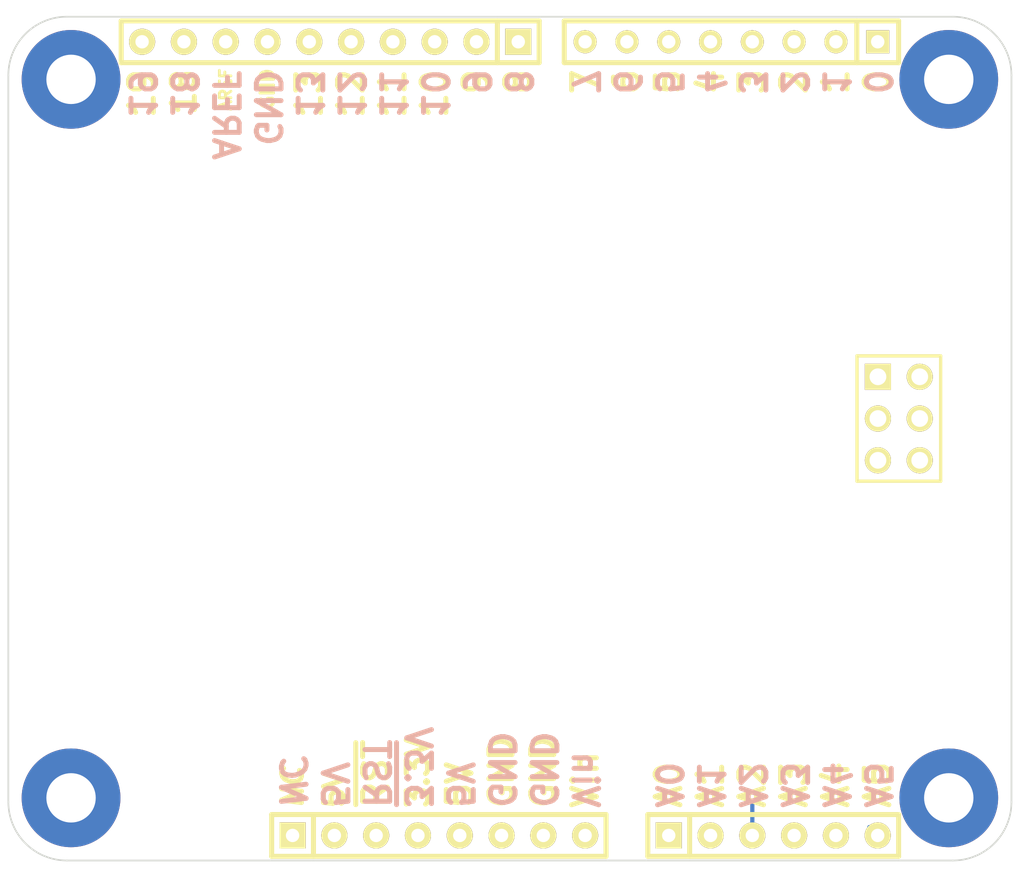
<source format=kicad_pcb>
(kicad_pcb (version 4) (host pcbnew 4.0.2-stable)

  (general
    (links 9)
    (no_connects 9)
    (area 199.847999 126.695999 260.908001 178.104001)
    (thickness 1.6)
    (drawings 87)
    (tracks 7)
    (zones 0)
    (modules 9)
    (nets 7)
  )

  (page A3)
  (layers
    (0 F.Cu signal)
    (31 B.Cu signal)
    (32 B.Adhes user hide)
    (33 F.Adhes user hide)
    (34 B.Paste user hide)
    (35 F.Paste user hide)
    (36 B.SilkS user)
    (37 F.SilkS user)
    (38 B.Mask user)
    (39 F.Mask user)
    (40 Dwgs.User user hide)
    (41 Cmts.User user hide)
    (42 Eco1.User user hide)
    (43 Eco2.User user hide)
    (44 Edge.Cuts user)
  )

  (setup
    (last_trace_width 0.254)
    (user_trace_width 0.254)
    (user_trace_width 0.508)
    (user_trace_width 1.27)
    (trace_clearance 0.254)
    (zone_clearance 0.508)
    (zone_45_only yes)
    (trace_min 0.254)
    (segment_width 0.2)
    (edge_width 0.1)
    (via_size 0.889)
    (via_drill 0.635)
    (via_min_size 0.889)
    (via_min_drill 0.508)
    (uvia_size 0.508)
    (uvia_drill 0.127)
    (uvias_allowed no)
    (uvia_min_size 0.508)
    (uvia_min_drill 0.127)
    (pcb_text_width 0.3)
    (pcb_text_size 1.5 1.5)
    (mod_edge_width 0.15)
    (mod_text_size 1 1)
    (mod_text_width 0.15)
    (pad_size 6 6)
    (pad_drill 3)
    (pad_to_mask_clearance 0)
    (aux_axis_origin 0 0)
    (visible_elements FFFFFFFF)
    (pcbplotparams
      (layerselection 0x010f0_80000001)
      (usegerberextensions true)
      (excludeedgelayer true)
      (linewidth 0.150000)
      (plotframeref false)
      (viasonmask false)
      (mode 1)
      (useauxorigin false)
      (hpglpennumber 1)
      (hpglpenspeed 20)
      (hpglpendiameter 15)
      (hpglpenoverlay 2)
      (psnegative false)
      (psa4output false)
      (plotreference true)
      (plotvalue false)
      (plotinvisibletext false)
      (padsonsilk false)
      (subtractmaskfromsilk true)
      (outputformat 1)
      (mirror false)
      (drillshape 0)
      (scaleselection 1)
      (outputdirectory gerbers/))
  )

  (net 0 "")
  (net 1 +5V)
  (net 2 GND)
  (net 3 /~RST)
  (net 4 /11)
  (net 5 /12)
  (net 6 /13)

  (net_class Default "This is the default net class."
    (clearance 0.254)
    (trace_width 0.254)
    (via_dia 0.889)
    (via_drill 0.635)
    (uvia_dia 0.508)
    (uvia_drill 0.127)
    (add_net +5V)
    (add_net /11)
    (add_net /12)
    (add_net /13)
    (add_net /~RST)
    (add_net GND)
  )

  (module PTL-ino:mounting-hole-3mm (layer F.Cu) (tedit 56F7EB32) (tstamp 56F7ED74)
    (at 257.429 130.175)
    (fp_text reference "mouting hole 3mm" (at 0 -4.445) (layer F.SilkS) hide
      (effects (font (size 1 1) (thickness 0.15)))
    )
    (fp_text value VAL** (at 0 4.445) (layer F.SilkS) hide
      (effects (font (size 1 1) (thickness 0.15)))
    )
    (pad "" thru_hole circle (at -0.381 0.381) (size 6 6) (drill 3) (layers *.Cu *.Mask))
  )

  (module PTL-ino:mounting-hole-3mm (layer F.Cu) (tedit 56F7EB54) (tstamp 56F7ED70)
    (at 257.429 174.625)
    (fp_text reference "mouting hole 3mm" (at 0 -4.445) (layer F.SilkS) hide
      (effects (font (size 1 1) (thickness 0.15)))
    )
    (fp_text value VAL** (at 0 4.445) (layer F.SilkS) hide
      (effects (font (size 1 1) (thickness 0.15)))
    )
    (pad "" thru_hole circle (at -0.381 -0.381) (size 6 6) (drill 3) (layers *.Cu *.Mask))
  )

  (module PTL-ino:mounting-hole-3mm (layer F.Cu) (tedit 56F7EB6A) (tstamp 56F7ED68)
    (at 203.327 174.498)
    (fp_text reference "mouting hole 3mm" (at 0 -4.445) (layer F.SilkS) hide
      (effects (font (size 1 1) (thickness 0.15)))
    )
    (fp_text value VAL** (at 0 4.445) (layer F.SilkS) hide
      (effects (font (size 1 1) (thickness 0.15)))
    )
    (pad "" thru_hole circle (at 0.381 -0.254) (size 6 6) (drill 3) (layers *.Cu *.Mask))
  )

  (module SIL-10 (layer F.Cu) (tedit 56F721EA) (tstamp 56E4B1B8)
    (at 219.456 128.27 180)
    (descr "Connecteur 10 pins")
    (tags "CONN DEV")
    (path /550E0AFD)
    (fp_text reference P3 (at -13.462 -0.127 270) (layer F.SilkS) hide
      (effects (font (size 1 1) (thickness 0.2)))
    )
    (fp_text value CONN_10 (at 6.35 -2.54 180) (layer F.SilkS) hide
      (effects (font (size 1.524 1.016) (thickness 0.254)))
    )
    (fp_line (start -12.7 1.27) (end -12.7 -1.27) (layer F.SilkS) (width 0.3048))
    (fp_line (start -12.7 -1.27) (end 12.7 -1.27) (layer F.SilkS) (width 0.3048))
    (fp_line (start 12.7 -1.27) (end 12.7 1.27) (layer F.SilkS) (width 0.3048))
    (fp_line (start 12.7 1.27) (end -12.7 1.27) (layer F.SilkS) (width 0.3048))
    (fp_line (start -10.16 1.27) (end -10.16 -1.27) (layer F.SilkS) (width 0.3048))
    (pad 1 thru_hole rect (at -11.43 0 180) (size 1.588 1.588) (drill 0.8128) (layers *.Cu *.Mask F.SilkS))
    (pad 2 thru_hole circle (at -8.89 0 180) (size 1.588 1.588) (drill 0.8128) (layers *.Cu *.Mask F.SilkS))
    (pad 3 thru_hole circle (at -6.35 0 180) (size 1.588 1.588) (drill 0.8128) (layers *.Cu *.Mask F.SilkS))
    (pad 4 thru_hole circle (at -3.81 0 180) (size 1.588 1.588) (drill 0.8128) (layers *.Cu *.Mask F.SilkS)
      (net 4 /11))
    (pad 5 thru_hole circle (at -1.27 0 180) (size 1.588 1.588) (drill 0.8128) (layers *.Cu *.Mask F.SilkS)
      (net 5 /12))
    (pad 6 thru_hole circle (at 1.27 0 180) (size 1.588 1.588) (drill 0.8128) (layers *.Cu *.Mask F.SilkS)
      (net 6 /13))
    (pad 7 thru_hole circle (at 3.81 0 180) (size 1.588 1.588) (drill 0.8128) (layers *.Cu *.Mask F.SilkS)
      (net 2 GND))
    (pad 8 thru_hole circle (at 6.35 0 180) (size 1.588 1.588) (drill 0.8128) (layers *.Cu *.Mask F.SilkS))
    (pad 9 thru_hole circle (at 8.89 0 180) (size 1.588 1.588) (drill 0.8128) (layers *.Cu *.Mask F.SilkS))
    (pad 10 thru_hole circle (at 11.43 0 180) (size 1.588 1.588) (drill 0.8128) (layers *.Cu *.Mask F.SilkS))
    (model unused_3d.3dshapes/Connectors.female_pcb_pin.female_pcb_pin_10.wrl
      (at (xyz 0 0 -0.03))
      (scale (xyz 1 1 1))
      (rotate (xyz 0 0 0))
    )
  )

  (module SIL-6 (layer F.Cu) (tedit 56F72210) (tstamp 56E4B1AA)
    (at 246.38 176.53)
    (descr "Connecteur 6 pins")
    (tags "CONN DEV")
    (path /550EA9C2)
    (fp_text reference P2 (at -8.382 -0.127 90) (layer F.SilkS) hide
      (effects (font (size 1 1) (thickness 0.2)))
    )
    (fp_text value CONN_6 (at 0 -2.54) (layer F.SilkS) hide
      (effects (font (size 1.524 1.016) (thickness 0.3048)))
    )
    (fp_line (start -7.62 1.27) (end -7.62 -1.27) (layer F.SilkS) (width 0.3048))
    (fp_line (start -7.62 -1.27) (end 7.62 -1.27) (layer F.SilkS) (width 0.3048))
    (fp_line (start 7.62 -1.27) (end 7.62 1.27) (layer F.SilkS) (width 0.3048))
    (fp_line (start 7.62 1.27) (end -7.62 1.27) (layer F.SilkS) (width 0.3048))
    (fp_line (start -5.08 1.27) (end -5.08 -1.27) (layer F.SilkS) (width 0.3048))
    (pad 1 thru_hole rect (at -6.35 0) (size 1.588 1.588) (drill 0.8128) (layers *.Cu *.Mask F.SilkS))
    (pad 2 thru_hole circle (at -3.81 0) (size 1.588 1.588) (drill 0.8128) (layers *.Cu *.Mask F.SilkS))
    (pad 3 thru_hole circle (at -1.27 0) (size 1.588 1.588) (drill 0.8128) (layers *.Cu *.Mask F.SilkS))
    (pad 4 thru_hole circle (at 1.27 0) (size 1.588 1.588) (drill 0.8128) (layers *.Cu *.Mask F.SilkS))
    (pad 5 thru_hole circle (at 3.81 0) (size 1.588 1.588) (drill 0.8128) (layers *.Cu *.Mask F.SilkS))
    (pad 6 thru_hole circle (at 6.35 0) (size 1.588 1.588) (drill 0.8128) (layers *.Cu *.Mask F.SilkS))
    (model unused_3d.3dshapes/Connectors.female_pcb_pin.female_pcb_pin_06.wrl
      (at (xyz 0 0 -0.03))
      (scale (xyz 1 1 1))
      (rotate (xyz 0 0 0))
    )
  )

  (module SIL-8 (layer F.Cu) (tedit 56F7221A) (tstamp 56E4B19A)
    (at 226.06 176.53)
    (descr "Connecteur 8 pins")
    (tags "CONN DEV")
    (path /550EAA42)
    (fp_text reference P1 (at -11.176 0 90) (layer F.SilkS) hide
      (effects (font (size 1 1) (thickness 0.2)))
    )
    (fp_text value CONN_8 (at 5.08 -2.54) (layer F.SilkS) hide
      (effects (font (size 1.524 1.016) (thickness 0.254)))
    )
    (fp_line (start -10.16 -1.27) (end 10.16 -1.27) (layer F.SilkS) (width 0.3048))
    (fp_line (start 10.16 -1.27) (end 10.16 1.27) (layer F.SilkS) (width 0.3048))
    (fp_line (start 10.16 1.27) (end -10.16 1.27) (layer F.SilkS) (width 0.3048))
    (fp_line (start -10.16 1.27) (end -10.16 -1.27) (layer F.SilkS) (width 0.3048))
    (fp_line (start -7.62 1.27) (end -7.62 -1.27) (layer F.SilkS) (width 0.3048))
    (pad 1 thru_hole rect (at -8.89 0) (size 1.588 1.588) (drill 0.8128) (layers *.Cu *.Mask F.SilkS))
    (pad 2 thru_hole circle (at -6.35 0) (size 1.588 1.588) (drill 0.8128) (layers *.Cu *.Mask F.SilkS)
      (net 1 +5V))
    (pad 3 thru_hole circle (at -3.81 0) (size 1.588 1.588) (drill 0.8128) (layers *.Cu *.Mask F.SilkS)
      (net 3 /~RST))
    (pad 4 thru_hole circle (at -1.27 0) (size 1.588 1.588) (drill 0.8128) (layers *.Cu *.Mask F.SilkS))
    (pad 5 thru_hole circle (at 1.27 0) (size 1.588 1.588) (drill 0.8128) (layers *.Cu *.Mask F.SilkS)
      (net 1 +5V))
    (pad 6 thru_hole circle (at 3.81 0) (size 1.588 1.588) (drill 0.8128) (layers *.Cu *.Mask F.SilkS)
      (net 2 GND))
    (pad 7 thru_hole circle (at 6.35 0) (size 1.588 1.588) (drill 0.8128) (layers *.Cu *.Mask F.SilkS)
      (net 2 GND))
    (pad 8 thru_hole circle (at 8.89 0) (size 1.588 1.588) (drill 0.8128) (layers *.Cu *.Mask F.SilkS))
    (model unused_3d.3dshapes/Connectors.female_pcb_pin.female_pcb_pin_08.wrl
      (at (xyz 0 0 -0.03))
      (scale (xyz 1 1 1))
      (rotate (xyz 0 0 0))
    )
  )

  (module PTL-ino:SIL-8 (layer F.Cu) (tedit 56F721FE) (tstamp 56E4B1CA)
    (at 243.84 128.27 180)
    (descr "Connecteur 8 pins")
    (tags "CONN DEV")
    (path /550EA8E5)
    (fp_text reference P4 (at 10.922 -2.159 270) (layer F.SilkS) hide
      (effects (font (size 1 1) (thickness 0.2)))
    )
    (fp_text value CONN_8 (at 5.08 -2.54 180) (layer F.SilkS) hide
      (effects (font (size 1.524 1.016) (thickness 0.254)))
    )
    (fp_line (start -10.16 -1.27) (end 10.16 -1.27) (layer F.SilkS) (width 0.3048))
    (fp_line (start 10.16 -1.27) (end 10.16 1.27) (layer F.SilkS) (width 0.3048))
    (fp_line (start 10.16 1.27) (end -10.16 1.27) (layer F.SilkS) (width 0.3048))
    (fp_line (start -10.16 1.27) (end -10.16 -1.27) (layer F.SilkS) (width 0.3048))
    (fp_line (start -7.62 1.27) (end -7.62 -1.27) (layer F.SilkS) (width 0.3048))
    (pad 1 thru_hole rect (at -8.89 0 180) (size 1.397 1.397) (drill 0.8128) (layers *.Cu *.Mask F.SilkS))
    (pad 2 thru_hole circle (at -6.35 0 180) (size 1.397 1.397) (drill 0.8128) (layers *.Cu *.Mask F.SilkS))
    (pad 3 thru_hole circle (at -3.81 0 180) (size 1.397 1.397) (drill 0.8128) (layers *.Cu *.Mask F.SilkS))
    (pad 4 thru_hole circle (at -1.27 0 180) (size 1.397 1.397) (drill 0.8128) (layers *.Cu *.Mask F.SilkS))
    (pad 5 thru_hole circle (at 1.27 0 180) (size 1.397 1.397) (drill 0.8128) (layers *.Cu *.Mask F.SilkS))
    (pad 6 thru_hole circle (at 3.81 0 180) (size 1.397 1.397) (drill 0.8128) (layers *.Cu *.Mask F.SilkS))
    (pad 7 thru_hole circle (at 6.35 0 180) (size 1.397 1.397) (drill 0.8128) (layers *.Cu *.Mask F.SilkS))
    (pad 8 thru_hole circle (at 8.89 0 180) (size 1.397 1.397) (drill 0.8128) (layers *.Cu *.Mask F.SilkS))
    (model unused_3d.3dshapes/Connectors.female_pcb_pin.female_pcb_pin_08.wrl
      (at (xyz 0 0 -0.03))
      (scale (xyz 1 1 1))
      (rotate (xyz 0 0 0))
    )
  )

  (module PTL-ino:mounting-hole-3mm (layer F.Cu) (tedit 56F7EAF4) (tstamp 56F7EA30)
    (at 203.454 130.302)
    (fp_text reference "mouting hole 3mm" (at 0 -4.445) (layer F.SilkS) hide
      (effects (font (size 1 1) (thickness 0.15)))
    )
    (fp_text value VAL** (at 0 4.445) (layer F.SilkS) hide
      (effects (font (size 1 1) (thickness 0.15)))
    )
    (pad "" thru_hole circle (at 0.254 0.254) (size 6 6) (drill 3) (layers *.Cu *.Mask))
  )

  (module PTL-ino:pin_array_3x2 (layer F.Cu) (tedit 56F7EF5D) (tstamp 56F7EF14)
    (at 254.014 151.180013 270)
    (descr "Double rangee de contacts 2 x 4 pins")
    (tags CONN)
    (path /56F7ED00)
    (fp_text reference P5 (at 4.648987 0.014 360) (layer F.SilkS) hide
      (effects (font (size 1 1) (thickness 0.2)))
    )
    (fp_text value CONN_02X03 (at 0 3.81 270) (layer F.SilkS) hide
      (effects (font (size 1.016 1.016) (thickness 0.2032)))
    )
    (fp_line (start 3.81 2.54) (end -3.81 2.54) (layer F.SilkS) (width 0.2032))
    (fp_line (start -3.81 -2.54) (end 3.81 -2.54) (layer F.SilkS) (width 0.2032))
    (fp_line (start 3.81 -2.54) (end 3.81 2.54) (layer F.SilkS) (width 0.2032))
    (fp_line (start -3.81 2.54) (end -3.81 -2.54) (layer F.SilkS) (width 0.2032))
    (pad 1 thru_hole rect (at -2.54 1.27 270) (size 1.588 1.588) (drill 1.016) (layers *.Cu *.Mask F.SilkS)
      (net 5 /12))
    (pad 2 thru_hole circle (at -2.54 -1.27 270) (size 1.588 1.588) (drill 1.016) (layers *.Cu *.Mask F.SilkS)
      (net 1 +5V))
    (pad 3 thru_hole circle (at 0 1.27 270) (size 1.588 1.588) (drill 1.016) (layers *.Cu *.Mask F.SilkS)
      (net 6 /13))
    (pad 4 thru_hole circle (at 0 -1.27 270) (size 1.588 1.588) (drill 1.016) (layers *.Cu *.Mask F.SilkS)
      (net 4 /11))
    (pad 5 thru_hole circle (at 2.54 1.27 270) (size 1.588 1.588) (drill 1.016) (layers *.Cu *.Mask F.SilkS)
      (net 3 /~RST))
    (pad 6 thru_hole circle (at 2.54 -1.27 270) (size 1.588 1.588) (drill 1.016) (layers *.Cu *.Mask F.SilkS)
      (net 2 GND))
    (model Pin_Headers.3dshapes/Pin_Header_Straight_2x03.wrl
      (at (xyz 0 0 0))
      (scale (xyz 1 1 1))
      (rotate (xyz 0 0 0))
    )
  )

  (gr_text GND (at 232.41 175.006 90) (layer F.SilkS)
    (effects (font (size 1.4 1.4) (thickness 0.3)) (justify left))
  )
  (gr_text A5 (at 252.73 175.006 270) (layer B.SilkS) (tstamp 55189715)
    (effects (font (size 1.5 1.5) (thickness 0.3)) (justify left mirror))
  )
  (gr_text A4 (at 250.19 175.006 270) (layer B.SilkS) (tstamp 55189714)
    (effects (font (size 1.5 1.5) (thickness 0.3)) (justify left mirror))
  )
  (gr_text A3 (at 247.65 175.006 270) (layer B.SilkS) (tstamp 55189713)
    (effects (font (size 1.5 1.5) (thickness 0.3)) (justify left mirror))
  )
  (gr_text A2 (at 245.11 175.006 270) (layer B.SilkS) (tstamp 55189712)
    (effects (font (size 1.5 1.5) (thickness 0.3)) (justify left mirror))
  )
  (gr_text A1 (at 242.57 175.006 270) (layer B.SilkS) (tstamp 55189711)
    (effects (font (size 1.5 1.5) (thickness 0.3)) (justify left mirror))
  )
  (gr_text A0 (at 240.03 175.006 270) (layer B.SilkS) (tstamp 55189710)
    (effects (font (size 1.5 1.5) (thickness 0.3)) (justify left mirror))
  )
  (gr_text Vin (at 234.95 175.006 270) (layer B.SilkS) (tstamp 5518970F)
    (effects (font (size 1.5 1.5) (thickness 0.3)) (justify left mirror))
  )
  (gr_text GND (at 232.41 175.006 270) (layer B.SilkS) (tstamp 5518970E)
    (effects (font (size 1.5 1.5) (thickness 0.3)) (justify left mirror))
  )
  (gr_text GND (at 229.87 175.006 270) (layer B.SilkS) (tstamp 5518970D)
    (effects (font (size 1.5 1.5) (thickness 0.3)) (justify left mirror))
  )
  (gr_text 5V (at 227.33 175.006 270) (layer B.SilkS) (tstamp 5518970C)
    (effects (font (size 1.5 1.5) (thickness 0.3)) (justify left mirror))
  )
  (gr_text 3.3V (at 224.79 175.006 270) (layer B.SilkS) (tstamp 5518970B)
    (effects (font (size 1.5 1.5) (thickness 0.3)) (justify left mirror))
  )
  (gr_text ~RST (at 222.25 175.006 270) (layer B.SilkS) (tstamp 5518970A)
    (effects (font (size 1.5 1.5) (thickness 0.3)) (justify left mirror))
  )
  (gr_text 5V (at 219.71 175.006 270) (layer B.SilkS) (tstamp 55189709)
    (effects (font (size 1.5 1.5) (thickness 0.3)) (justify left mirror))
  )
  (gr_text NC (at 217.17 175.006 270) (layer B.SilkS) (tstamp 55189708)
    (effects (font (size 1.5 1.5) (thickness 0.3) italic) (justify left mirror))
  )
  (gr_text 0 (at 252.73 129.794 270) (layer B.SilkS) (tstamp 5518967A)
    (effects (font (size 1.5 1.5) (thickness 0.3)) (justify right mirror))
  )
  (gr_text 1 (at 250.19 129.794 270) (layer B.SilkS) (tstamp 55189679)
    (effects (font (size 1.5 1.5) (thickness 0.3)) (justify right mirror))
  )
  (gr_text 2 (at 247.65 129.794 270) (layer B.SilkS) (tstamp 55189678)
    (effects (font (size 1.5 1.5) (thickness 0.3)) (justify right mirror))
  )
  (gr_text 3 (at 245.11 129.794 270) (layer B.SilkS) (tstamp 55189677)
    (effects (font (size 1.5 1.5) (thickness 0.3)) (justify right mirror))
  )
  (gr_text 4 (at 242.57 129.794 270) (layer B.SilkS) (tstamp 55189676)
    (effects (font (size 1.5 1.5) (thickness 0.3)) (justify right mirror))
  )
  (gr_text 5 (at 240.03 129.794 270) (layer B.SilkS) (tstamp 55189675)
    (effects (font (size 1.5 1.5) (thickness 0.3)) (justify right mirror))
  )
  (gr_text 6 (at 237.49 129.794 270) (layer B.SilkS) (tstamp 55189674)
    (effects (font (size 1.5 1.5) (thickness 0.3)) (justify right mirror))
  )
  (gr_text 7 (at 234.95 129.794 270) (layer B.SilkS) (tstamp 55189673)
    (effects (font (size 1.5 1.5) (thickness 0.3)) (justify right mirror))
  )
  (gr_text 8 (at 230.886 129.794 270) (layer B.SilkS) (tstamp 55189672)
    (effects (font (size 1.5 1.5) (thickness 0.3)) (justify right mirror))
  )
  (gr_text 9 (at 228.346 129.794 270) (layer B.SilkS) (tstamp 55189671)
    (effects (font (size 1.5 1.5) (thickness 0.3)) (justify right mirror))
  )
  (gr_text 10 (at 225.806 129.794 270) (layer B.SilkS) (tstamp 55189670)
    (effects (font (size 1.5 1.5) (thickness 0.3)) (justify right mirror))
  )
  (gr_text 11 (at 223.266 129.794 270) (layer B.SilkS) (tstamp 5518966F)
    (effects (font (size 1.5 1.5) (thickness 0.3)) (justify right mirror))
  )
  (gr_text 12 (at 220.726 129.794 270) (layer B.SilkS) (tstamp 5518966E)
    (effects (font (size 1.5 1.5) (thickness 0.3)) (justify right mirror))
  )
  (gr_text 13 (at 218.186 129.794 270) (layer B.SilkS) (tstamp 5518966D)
    (effects (font (size 1.5 1.5) (thickness 0.3)) (justify right mirror))
  )
  (gr_text GND (at 215.646 129.794 270) (layer B.SilkS) (tstamp 5518966C)
    (effects (font (size 1.5 1.5) (thickness 0.3)) (justify right mirror))
  )
  (gr_text AREF (at 213.106 129.794 270) (layer B.SilkS) (tstamp 5518966B)
    (effects (font (size 1.5 1.5) (thickness 0.3)) (justify right mirror))
  )
  (gr_text 18 (at 210.566 129.794 270) (layer B.SilkS) (tstamp 5518966A)
    (effects (font (size 1.5 1.5) (thickness 0.3)) (justify right mirror))
  )
  (gr_text 19 (at 208.026 129.794 270) (layer B.SilkS) (tstamp 55189669)
    (effects (font (size 1.5 1.5) (thickness 0.3)) (justify right mirror))
  )
  (gr_text NC (at 217.17 175.006 90) (layer F.SilkS)
    (effects (font (size 1.2 1.2) (thickness 0.3) italic) (justify left))
  )
  (gr_text 5V (at 219.71 175.006 90) (layer F.SilkS)
    (effects (font (size 1.2 1.2) (thickness 0.3)) (justify left))
  )
  (gr_text ~RST (at 222.25 175.006 90) (layer F.SilkS)
    (effects (font (size 1.5 1.5) (thickness 0.3)) (justify left))
  )
  (gr_text 3.3V (at 224.79 175.006 90) (layer F.SilkS)
    (effects (font (size 1.3 1.3) (thickness 0.3)) (justify left))
  )
  (gr_text 5V (at 227.33 175.006 90) (layer F.SilkS)
    (effects (font (size 1.5 1.5) (thickness 0.3)) (justify left))
  )
  (gr_text GND (at 229.87 175.006 90) (layer F.SilkS)
    (effects (font (size 1.4 1.4) (thickness 0.3)) (justify left))
  )
  (gr_text Vin (at 234.95 175.006 90) (layer F.SilkS)
    (effects (font (size 1.5 1.5) (thickness 0.3)) (justify left))
  )
  (gr_text A0 (at 240.03 175.006 90) (layer F.SilkS)
    (effects (font (size 1.5 1.5) (thickness 0.3)) (justify left))
  )
  (gr_text A1 (at 242.57 175.006 90) (layer F.SilkS)
    (effects (font (size 1.5 1.5) (thickness 0.3)) (justify left))
  )
  (gr_text A2 (at 245.11 175.006 90) (layer F.SilkS)
    (effects (font (size 1.5 1.5) (thickness 0.3)) (justify left))
  )
  (gr_text A3 (at 247.65 175.006 90) (layer F.SilkS)
    (effects (font (size 1.5 1.5) (thickness 0.3)) (justify left))
  )
  (gr_text A4 (at 250.19 175.006 90) (layer F.SilkS)
    (effects (font (size 1.5 1.5) (thickness 0.3)) (justify left))
  )
  (gr_text A5 (at 252.73 175.006 90) (layer F.SilkS)
    (effects (font (size 1.5 1.5) (thickness 0.3)) (justify left))
  )
  (gr_text 19 (at 208.026 129.794 90) (layer F.SilkS)
    (effects (font (size 1.5 1.5) (thickness 0.3)) (justify right))
  )
  (gr_text 18 (at 210.566 129.794 90) (layer F.SilkS)
    (effects (font (size 1.4 1.4) (thickness 0.3)) (justify right))
  )
  (gr_text AREF (at 213.106 129.794 90) (layer F.SilkS)
    (effects (font (size 0.7 0.7) (thickness 0.175)) (justify right))
  )
  (gr_text GND (at 215.646 129.794 90) (layer F.SilkS)
    (effects (font (size 0.8 0.8) (thickness 0.2)) (justify right))
  )
  (gr_text 13 (at 218.186 129.794 90) (layer F.SilkS)
    (effects (font (size 1.5 1.5) (thickness 0.3)) (justify right))
  )
  (gr_text 12 (at 220.726 129.794 90) (layer F.SilkS)
    (effects (font (size 1.5 1.5) (thickness 0.3)) (justify right))
  )
  (gr_text 11 (at 223.266 129.794 90) (layer F.SilkS)
    (effects (font (size 1.5 1.5) (thickness 0.3)) (justify right))
  )
  (gr_text 10 (at 225.806 129.794 90) (layer F.SilkS)
    (effects (font (size 1.5 1.5) (thickness 0.3)) (justify right))
  )
  (gr_text 9 (at 228.346 129.794 90) (layer F.SilkS)
    (effects (font (size 1.5 1.5) (thickness 0.3)) (justify right))
  )
  (gr_text 8 (at 230.886 129.794 90) (layer F.SilkS)
    (effects (font (size 1.5 1.5) (thickness 0.3)) (justify right))
  )
  (gr_text 7 (at 234.95 129.794 90) (layer F.SilkS)
    (effects (font (size 1.5 1.5) (thickness 0.3)) (justify right))
  )
  (gr_text 6 (at 237.49 129.794 90) (layer F.SilkS)
    (effects (font (size 1.5 1.5) (thickness 0.3)) (justify right))
  )
  (gr_text 5 (at 240.03 129.794 90) (layer F.SilkS)
    (effects (font (size 1.5 1.5) (thickness 0.3)) (justify right))
  )
  (gr_text 4 (at 242.57 129.794 90) (layer F.SilkS)
    (effects (font (size 1.5 1.5) (thickness 0.3)) (justify right))
  )
  (gr_text 3 (at 245.11 129.794 90) (layer F.SilkS)
    (effects (font (size 1.5 1.5) (thickness 0.3)) (justify right))
  )
  (gr_text 2 (at 247.65 129.794 90) (layer F.SilkS)
    (effects (font (size 1.5 1.5) (thickness 0.3)) (justify right))
  )
  (gr_text 1 (at 250.19 129.794 90) (layer F.SilkS)
    (effects (font (size 1.5 1.5) (thickness 0.3)) (justify right))
  )
  (gr_text 0 (at 252.73 129.794 90) (layer F.SilkS)
    (effects (font (size 1.5 1.5) (thickness 0.3)) (justify right))
  )
  (gr_line (start 199.898 174.498) (end 199.898 130.302) (angle 90) (layer Edge.Cuts) (width 0.1))
  (gr_line (start 203.454 178.054) (end 257.302 178.054) (angle 90) (layer Edge.Cuts) (width 0.1))
  (gr_arc (start 203.454 174.498) (end 203.454 178.054) (angle 90) (layer Edge.Cuts) (width 0.1))
  (gr_line (start 260.858 174.498) (end 260.858 130.302) (angle 90) (layer Edge.Cuts) (width 0.1))
  (gr_arc (start 257.302 174.498) (end 260.858 174.498) (angle 90) (layer Edge.Cuts) (width 0.1))
  (gr_arc (start 257.302 130.302) (end 257.302 126.746) (angle 90) (layer Edge.Cuts) (width 0.1))
  (gr_line (start 203.454 126.746) (end 257.302 126.746) (angle 90) (layer Edge.Cuts) (width 0.1))
  (gr_arc (start 203.454 130.302) (end 199.898 130.302) (angle 90) (layer Edge.Cuts) (width 0.1))
  (gr_line (start 255.27 179.07) (end 189.23 179.07) (angle 90) (layer Eco2.User) (width 0.2))
  (gr_line (start 255.27 176.53) (end 255.27 179.07) (angle 90) (layer Eco2.User) (width 0.2))
  (gr_line (start 257.81 173.99) (end 255.27 176.53) (angle 90) (layer Eco2.User) (width 0.2))
  (gr_line (start 257.81 141.224) (end 257.81 173.99) (angle 90) (layer Eco2.User) (width 0.2))
  (gr_line (start 255.27 138.684) (end 257.81 141.224) (angle 90) (layer Eco2.User) (width 0.2))
  (gr_line (start 255.27 127.254) (end 255.27 138.684) (angle 90) (layer Eco2.User) (width 0.2))
  (gr_line (start 253.746 125.73) (end 255.27 127.254) (angle 90) (layer Eco2.User) (width 0.2))
  (gr_line (start 189.23 125.73) (end 253.746 125.73) (angle 90) (layer Eco2.User) (width 0.2))
  (gr_line (start 189.23 179.07) (end 189.23 125.73) (angle 90) (layer Eco2.User) (width 0.2))
  (gr_line (start 217.17 176.53) (end 217.17 178.562) (angle 90) (layer Eco2.User) (width 0.2))
  (gr_line (start 252.73 176.53) (end 252.73 179.324) (angle 90) (layer Eco2.User) (width 0.2))
  (gr_line (start 217.17 176.53) (end 252.73 176.53) (angle 90) (layer Eco2.User) (width 0.2))
  (gr_line (start 252.73 128.27) (end 252.73 124.968) (angle 90) (layer Eco2.User) (width 0.2))
  (gr_line (start 208.026 128.27) (end 208.026 124.968) (angle 90) (layer Eco2.User) (width 0.2))
  (gr_line (start 208.026 128.27) (end 252.73 128.27) (angle 90) (layer Eco2.User) (width 0.2))

  (segment (start 245.11 176.53) (end 245.11 174.625) (width 0.254) (layer B.Cu) (net 0))
  (segment (start 210.566 128.27) (end 210.566 128.651) (width 0.254) (layer F.Cu) (net 0))
  (segment (start 210.566 128.27) (end 210.566 128.651) (width 0.254) (layer F.Cu) (net 0))
  (segment (start 252.73 176.53) (end 252.222 176.022) (width 0.254) (layer B.Cu) (net 0))
  (segment (start 208.026 128.27) (end 208.026 128.651) (width 0.254) (layer F.Cu) (net 0))
  (segment (start 213.106 128.651) (end 213.106 128.27) (width 0.254) (layer F.Cu) (net 0))
  (segment (start 222.25 175.895) (end 222.25 176.53) (width 0.254) (layer B.Cu) (net 3) (tstamp 55188FC7))

  (zone (net 2) (net_name GND) (layer B.Cu) (tstamp 5518A630) (hatch edge 0.508)
    (connect_pads (clearance 0.254))
    (min_thickness 0.254)
    (fill (arc_segments 16) (thermal_gap 0.508) (thermal_bridge_width 0.508))
    (polygon
      (pts
        (xy 199.39 125.73) (xy 199.39 179.07) (xy 261.62 179.07) (xy 261.62 125.73)
      )
    )
  )
  (zone (net 2) (net_name GND) (layer F.Cu) (tstamp 5518A630) (hatch edge 0.508)
    (connect_pads (clearance 0.254))
    (min_thickness 0.254)
    (fill (arc_segments 16) (thermal_gap 0.508) (thermal_bridge_width 0.508))
    (polygon
      (pts
        (xy 199.39 125.73) (xy 199.39 179.07) (xy 261.62 179.07) (xy 261.62 125.73)
      )
    )
  )
)

</source>
